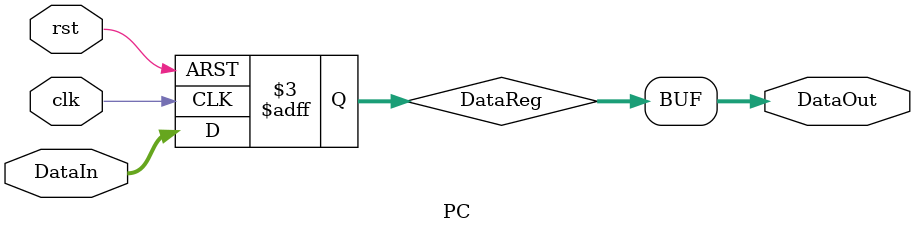
<source format=sv>
module PC(
  input 	[31:0]DataIn,
  input 	clk,rst,
  output 	[31:0]DataOut
);
  
  reg [31:0]DataReg;
 
   always@(posedge clk or negedge rst) begin 
    if(!rst)begin 
    	DataReg<=0;
    end else begin 
    	DataReg<=DataIn;
    end
    
  end
  
  assign DataOut=DataReg;
  
endmodule
</source>
